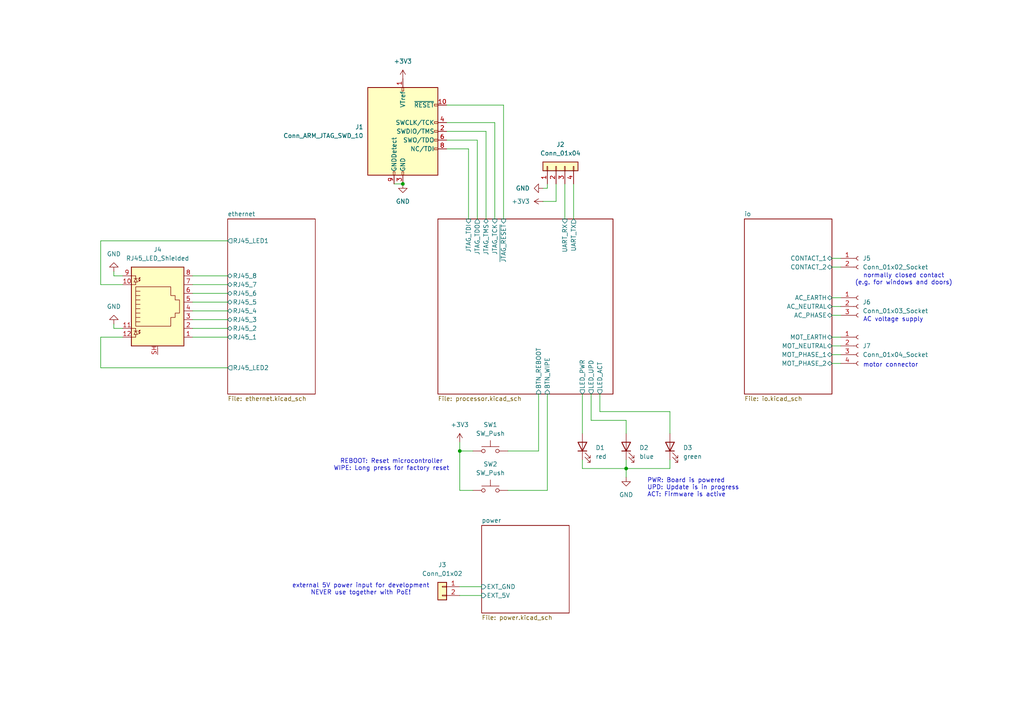
<source format=kicad_sch>
(kicad_sch (version 20231120) (generator "eeschema") (generator_version "8.0")
  (paper "A4")
  (lib_symbols
    (symbol "Connector:Conn_01x02_Socket" (pin_names (offset 1.016) hide)
      (property "Reference" "J" (at 0 2.54 0))
      (property "Value" "Conn_01x02_Socket" (at 0 -5.08 0))
      (symbol "Conn_01x02_Socket_1_1"
        (arc (start 0 -2.032) (mid -0.5058 -2.54) (end 0 -3.048) (stroke (width 0.1524)))
        (polyline (pts (xy -1.27 -2.54) (xy -0.508 -2.54)) (stroke (width 0.1524)))
        (polyline (pts (xy -1.27 0) (xy -0.508 0)) (stroke (width 0.1524)))
        (arc (start 0 0.508) (mid -0.5058 0) (end 0 -0.508) (stroke (width 0.1524)))
        (pin passive line (at -5.08 0 0) (length 3.81) (name "Pin_1") (number "1"))
        (pin passive line (at -5.08 -2.54 0) (length 3.81) (name "Pin_2") (number "2"))
      )
    )
    (symbol "Connector:Conn_01x03_Socket" (pin_names (offset 1.016) hide)
      (property "Reference" "J" (at 0 5.08 0))
      (property "Value" "Conn_01x03_Socket" (at 0 -5.08 0))
      (symbol "Conn_01x03_Socket_1_1"
        (arc (start 0 -2.032) (mid -0.5058 -2.54) (end 0 -3.048) (stroke (width 0.1524)))
        (polyline (pts (xy -1.27 -2.54) (xy -0.508 -2.54)) (stroke (width 0.1524)))
        (polyline (pts (xy -1.27 0) (xy -0.508 0)) (stroke (width 0.1524)))
        (polyline (pts (xy -1.27 2.54) (xy -0.508 2.54)) (stroke (width 0.1524)))
        (arc (start 0 0.508) (mid -0.5058 0) (end 0 -0.508) (stroke (width 0.1524)))
        (arc (start 0 3.048) (mid -0.5058 2.54) (end 0 2.032) (stroke (width 0.1524)))
        (pin passive line (at -5.08 2.54 0) (length 3.81) (name "Pin_1") (number "1"))
        (pin passive line (at -5.08 0 0) (length 3.81) (name "Pin_2") (number "2"))
        (pin passive line (at -5.08 -2.54 0) (length 3.81) (name "Pin_3") (number "3"))
      )
    )
    (symbol "Connector:Conn_01x04_Socket" (pin_names (offset 1.016) hide)
      (property "Reference" "J" (at 0 5.08 0))
      (property "Value" "Conn_01x04_Socket" (at 0 -7.62 0))
      (symbol "Conn_01x04_Socket_1_1"
        (arc (start 0 -4.572) (mid -0.5058 -5.08) (end 0 -5.588) (stroke (width 0.1524)))
        (arc (start 0 -2.032) (mid -0.5058 -2.54) (end 0 -3.048) (stroke (width 0.1524)))
        (polyline (pts (xy -1.27 -5.08) (xy -0.508 -5.08)) (stroke (width 0.1524)))
        (polyline (pts (xy -1.27 -2.54) (xy -0.508 -2.54)) (stroke (width 0.1524)))
        (polyline (pts (xy -1.27 0) (xy -0.508 0)) (stroke (width 0.1524)))
        (polyline (pts (xy -1.27 2.54) (xy -0.508 2.54)) (stroke (width 0.1524)))
        (arc (start 0 0.508) (mid -0.5058 0) (end 0 -0.508) (stroke (width 0.1524)))
        (arc (start 0 3.048) (mid -0.5058 2.54) (end 0 2.032) (stroke (width 0.1524)))
        (pin passive line (at -5.08 2.54 0) (length 3.81) (name "Pin_1") (number "1"))
        (pin passive line (at -5.08 0 0) (length 3.81) (name "Pin_2") (number "2"))
        (pin passive line (at -5.08 -2.54 0) (length 3.81) (name "Pin_3") (number "3"))
        (pin passive line (at -5.08 -5.08 0) (length 3.81) (name "Pin_4") (number "4"))
      )
    )
    (symbol "Connector:Conn_ARM_JTAG_SWD_10" (pin_names (offset 1.016))
      (property "Reference" "J" (at -2.54 16.51 0))
      (property "Value" "Conn_ARM_JTAG_SWD_10" (at -2.54 13.97 0))
      (symbol "Conn_ARM_JTAG_SWD_10_0_1"
        (rectangle (start -10.16 12.7) (end 10.16 -12.7) (stroke (width 0.254)) (fill (type background)))
        (rectangle (start -2.794 -12.7) (end -2.286 -11.684))
        (rectangle (start -0.254 -12.7) (end 0.254 -11.684))
        (rectangle (start -0.254 12.7) (end 0.254 11.684))
        (rectangle (start 9.144 2.286) (end 10.16 2.794))
        (rectangle (start 10.16 -2.794) (end 9.144 -2.286))
        (rectangle (start 10.16 -0.254) (end 9.144 0.254))
        (rectangle (start 10.16 7.874) (end 9.144 7.366))
      )
      (symbol "Conn_ARM_JTAG_SWD_10_1_1"
        (rectangle (start 9.144 -5.334) (end 10.16 -4.826))
        (pin power_in line (at 0 15.24 270) (length 2.54) (name "VTref") (number "1"))
        (pin open_collector line (at 12.7 7.62 180) (length 2.54) (name "~{RESET}") (number "10"))
        (pin bidirectional line (at 12.7 0 180) (length 2.54) (name "SWDIO/TMS") (number "2"))
        (pin power_in line (at 0 -15.24 90) (length 2.54) (name "GND") (number "3"))
        (pin output line (at 12.7 2.54 180) (length 2.54) (name "SWCLK/TCK") (number "4"))
        (pin passive line (at 0 -15.24 90) (length 2.54) hide (name "GND") (number "5"))
        (pin input line (at 12.7 -2.54 180) (length 2.54) (name "SWO/TDO") (number "6"))
        (pin no_connect line (at -10.16 0 0) (length 2.54) hide (name "KEY") (number "7"))
        (pin output line (at 12.7 -5.08 180) (length 2.54) (name "NC/TDI") (number "8"))
        (pin passive line (at -2.54 -15.24 90) (length 2.54) (name "GNDDetect") (number "9"))
      )
    )
    (symbol "Connector:RJ45_LED_Shielded" (pin_names (offset 1.016))
      (property "Reference" "J" (at -5.08 13.97 0))
      (property "Value" "RJ45_LED_Shielded" (at 1.27 13.97 0))
      (symbol "RJ45_LED_Shielded_0_1"
        (polyline (pts (xy -7.62 -7.62) (xy -6.35 -7.62)))
        (polyline (pts (xy -7.62 -5.08) (xy -6.35 -5.08)))
        (polyline (pts (xy -7.62 7.62) (xy -6.35 7.62)))
        (polyline (pts (xy -7.62 10.16) (xy -6.35 10.16)))
        (polyline (pts (xy -6.858 -5.842) (xy -5.842 -5.842)))
        (polyline (pts (xy -6.858 9.398) (xy -5.842 9.398)))
        (polyline (pts (xy -6.35 -7.62) (xy -6.35 -6.858)))
        (polyline (pts (xy -6.35 -5.08) (xy -6.35 -5.842)))
        (polyline (pts (xy -6.35 7.62) (xy -6.35 8.382)))
        (polyline (pts (xy -6.35 10.16) (xy -6.35 9.398)))
        (polyline (pts (xy -5.08 -6.223) (xy -5.207 -6.604)))
        (polyline (pts (xy -5.08 -5.588) (xy -5.207 -5.969)))
        (polyline (pts (xy -5.08 4.445) (xy -6.35 4.445)))
        (polyline (pts (xy -5.08 5.715) (xy -6.35 5.715)))
        (polyline (pts (xy -5.08 9.017) (xy -5.207 8.636)))
        (polyline (pts (xy -5.08 9.652) (xy -5.207 9.271)))
        (polyline (pts (xy -6.35 -3.175) (xy -5.08 -3.175) (xy -5.08 -3.175)))
        (polyline (pts (xy -6.35 -1.905) (xy -5.08 -1.905) (xy -5.08 -1.905)))
        (polyline (pts (xy -6.35 -0.635) (xy -5.08 -0.635) (xy -5.08 -0.635)))
        (polyline (pts (xy -6.35 0.635) (xy -5.08 0.635) (xy -5.08 0.635)))
        (polyline (pts (xy -6.35 1.905) (xy -5.08 1.905) (xy -5.08 1.905)))
        (polyline (pts (xy -5.588 -6.731) (xy -5.08 -6.223) (xy -5.461 -6.35)))
        (polyline (pts (xy -5.588 -6.096) (xy -5.08 -5.588) (xy -5.461 -5.715)))
        (polyline (pts (xy -5.588 8.509) (xy -5.08 9.017) (xy -5.461 8.89)))
        (polyline (pts (xy -5.588 9.144) (xy -5.08 9.652) (xy -5.461 9.525)))
        (polyline (pts (xy -5.08 3.175) (xy -6.35 3.175) (xy -6.35 3.175)))
        (polyline (pts (xy -6.35 -5.842) (xy -6.858 -6.858) (xy -5.842 -6.858) (xy -6.35 -5.842)))
        (polyline (pts (xy -6.35 9.398) (xy -6.858 8.382) (xy -5.842 8.382) (xy -6.35 9.398)))
        (polyline (pts (xy -6.35 -4.445) (xy -6.35 6.985) (xy 3.81 6.985) (xy 3.81 4.445) (xy 5.08 4.445) (xy 5.08 3.175) (xy 6.35 3.175) (xy 6.35 -0.635) (xy 5.08 -0.635) (xy 5.08 -1.905) (xy 3.81 -1.905) (xy 3.81 -4.445) (xy -6.35 -4.445) (xy -6.35 -4.445)))
        (rectangle (start 7.62 12.7) (end -7.62 -10.16) (stroke (width 0.254)) (fill (type background)))
      )
      (symbol "RJ45_LED_Shielded_1_1"
        (pin passive line (at 10.16 -7.62 180) (length 2.54) (name "~") (number "1"))
        (pin passive line (at -10.16 7.62 0) (length 2.54) (name "~") (number "10"))
        (pin passive line (at -10.16 -5.08 0) (length 2.54) (name "~") (number "11"))
        (pin passive line (at -10.16 -7.62 0) (length 2.54) (name "~") (number "12"))
        (pin passive line (at 10.16 -5.08 180) (length 2.54) (name "~") (number "2"))
        (pin passive line (at 10.16 -2.54 180) (length 2.54) (name "~") (number "3"))
        (pin passive line (at 10.16 0 180) (length 2.54) (name "~") (number "4"))
        (pin passive line (at 10.16 2.54 180) (length 2.54) (name "~") (number "5"))
        (pin passive line (at 10.16 5.08 180) (length 2.54) (name "~") (number "6"))
        (pin passive line (at 10.16 7.62 180) (length 2.54) (name "~") (number "7"))
        (pin passive line (at 10.16 10.16 180) (length 2.54) (name "~") (number "8"))
        (pin passive line (at -10.16 10.16 0) (length 2.54) (name "~") (number "9"))
        (pin passive line (at 0 -12.7 90) (length 2.54) (name "~") (number "SH"))
      )
    )
    (symbol "Connector_Generic:Conn_01x02" (pin_names (offset 1.016) hide)
      (property "Reference" "J" (at 0 2.54 0))
      (property "Value" "Conn_01x02" (at 0 -5.08 0))
      (symbol "Conn_01x02_1_1"
        (rectangle (start -1.27 -2.413) (end 0 -2.667) (stroke (width 0.1524)))
        (rectangle (start -1.27 0.127) (end 0 -0.127) (stroke (width 0.1524)))
        (rectangle (start -1.27 1.27) (end 1.27 -3.81) (stroke (width 0.254)) (fill (type background)))
        (pin passive line (at -5.08 0 0) (length 3.81) (name "Pin_1") (number "1"))
        (pin passive line (at -5.08 -2.54 0) (length 3.81) (name "Pin_2") (number "2"))
      )
    )
    (symbol "Connector_Generic:Conn_01x04" (pin_names (offset 1.016) hide)
      (property "Reference" "J" (at 0 5.08 0))
      (property "Value" "Conn_01x04" (at 0 -7.62 0))
      (symbol "Conn_01x04_1_1"
        (rectangle (start -1.27 -4.953) (end 0 -5.207) (stroke (width 0.1524)))
        (rectangle (start -1.27 -2.413) (end 0 -2.667) (stroke (width 0.1524)))
        (rectangle (start -1.27 0.127) (end 0 -0.127) (stroke (width 0.1524)))
        (rectangle (start -1.27 2.667) (end 0 2.413) (stroke (width 0.1524)))
        (rectangle (start -1.27 3.81) (end 1.27 -6.35) (stroke (width 0.254)) (fill (type background)))
        (pin passive line (at -5.08 2.54 0) (length 3.81) (name "Pin_1") (number "1"))
        (pin passive line (at -5.08 0 0) (length 3.81) (name "Pin_2") (number "2"))
        (pin passive line (at -5.08 -2.54 0) (length 3.81) (name "Pin_3") (number "3"))
        (pin passive line (at -5.08 -5.08 0) (length 3.81) (name "Pin_4") (number "4"))
      )
    )
    (symbol "Device:LED" (pin_numbers hide) (pin_names (offset 1.016) hide)
      (property "Reference" "D" (at 0 2.54 0))
      (property "Value" "LED" (at 0 -2.54 0))
      (symbol "LED_0_1"
        (polyline (pts (xy -1.27 -1.27) (xy -1.27 1.27)) (stroke (width 0.254)))
        (polyline (pts (xy -1.27 0) (xy 1.27 0)))
        (polyline (pts (xy 1.27 -1.27) (xy 1.27 1.27) (xy -1.27 0) (xy 1.27 -1.27)) (stroke (width 0.254)))
        (polyline (pts (xy -3.048 -0.762) (xy -4.572 -2.286) (xy -3.81 -2.286) (xy -4.572 -2.286) (xy -4.572 -1.524)))
        (polyline (pts (xy -1.778 -0.762) (xy -3.302 -2.286) (xy -2.54 -2.286) (xy -3.302 -2.286) (xy -3.302 -1.524)))
      )
      (symbol "LED_1_1"
        (pin passive line (at -3.81 0 0) (length 2.54) (name "K") (number "1"))
        (pin passive line (at 3.81 0 180) (length 2.54) (name "A") (number "2"))
      )
    )
    (symbol "Switch:SW_Push" (pin_numbers hide) (pin_names (offset 1.016) hide)
      (property "Reference" "SW" (at 1.27 2.54 0))
      (property "Value" "SW_Push" (at 0 -1.524 0))
      (symbol "SW_Push_0_1"
        (circle (center -2.032 0) (radius 0.508))
        (polyline (pts (xy 0 1.27) (xy 0 3.048)))
        (polyline (pts (xy 2.54 1.27) (xy -2.54 1.27)))
        (circle (center 2.032 0) (radius 0.508))
        (pin passive line (at -5.08 0 0) (length 2.54) (name "1") (number "1"))
        (pin passive line (at 5.08 0 180) (length 2.54) (name "2") (number "2"))
      )
    )
    (symbol "power:+3V3" (power) (pin_numbers hide) (pin_names (offset 0) hide)
      (property "Value" "+3V3" (at 0 3.556 0))
      (symbol "+3V3_0_1"
        (polyline (pts (xy -0.762 1.27) (xy 0 2.54)))
        (polyline (pts (xy 0 0) (xy 0 2.54)))
        (polyline (pts (xy 0 2.54) (xy 0.762 1.27)))
      )
      (symbol "+3V3_1_1"
        (pin power_in line (at 0 0 90) (length 0) (name "~") (number "1"))
      )
    )
    (symbol "power:GND" (power) (pin_numbers hide) (pin_names (offset 0) hide)
      (property "Value" "GND" (at 0 -3.81 0))
      (symbol "GND_0_1"
        (polyline (pts (xy 0 0) (xy 0 -1.27) (xy 1.27 -1.27) (xy 0 -2.54) (xy -1.27 -1.27) (xy 0 -1.27)))
      )
      (symbol "GND_1_1"
        (pin power_in line (at 0 0 270) (length 0) (name "~") (number "1"))
      )
    )
  )
  (junction (at 181.61 135.89))
  (junction (at 133.35 130.81))
  (junction (at 116.84 53.34))
  (wire (pts (xy 181.61 135.89) (xy 181.61 138.43)))
  (wire (pts (xy 138.43 40.64) (xy 138.43 63.5)))
  (wire (pts (xy 29.21 82.55) (xy 35.56 82.55)))
  (wire (pts (xy 181.61 133.35) (xy 181.61 135.89)))
  (wire (pts (xy 55.88 80.01) (xy 66.04 80.01)))
  (wire (pts (xy 33.02 80.01) (xy 35.56 80.01)))
  (wire (pts (xy 241.3 102.87) (xy 243.84 102.87)))
  (wire (pts (xy 161.29 58.42) (xy 157.48 58.42)))
  (wire (pts (xy 129.54 35.56) (xy 143.51 35.56)))
  (wire (pts (xy 181.61 121.92) (xy 181.61 125.73)))
  (wire (pts (xy 129.54 30.48) (xy 146.05 30.48)))
  (wire (pts (xy 146.05 30.48) (xy 146.05 63.5)))
  (wire (pts (xy 156.21 114.3) (xy 156.21 130.81)))
  (wire (pts (xy 133.35 130.81) (xy 133.35 142.24)))
  (wire (pts (xy 241.3 97.79) (xy 243.84 97.79)))
  (wire (pts (xy 158.75 114.3) (xy 158.75 142.24)))
  (wire (pts (xy 55.88 85.09) (xy 66.04 85.09)))
  (wire (pts (xy 168.91 135.89) (xy 181.61 135.89)))
  (wire (pts (xy 33.02 93.98) (xy 33.02 95.25)))
  (wire (pts (xy 114.3 53.34) (xy 116.84 53.34)))
  (wire (pts (xy 168.91 114.3) (xy 168.91 125.73)))
  (wire (pts (xy 173.99 114.3) (xy 173.99 119.38)))
  (wire (pts (xy 129.54 40.64) (xy 138.43 40.64)))
  (wire (pts (xy 137.16 142.24) (xy 133.35 142.24)))
  (wire (pts (xy 157.48 54.61) (xy 158.75 54.61)))
  (wire (pts (xy 161.29 53.34) (xy 161.29 58.42)))
  (wire (pts (xy 133.35 130.81) (xy 133.35 128.27)))
  (wire (pts (xy 129.54 43.18) (xy 135.89 43.18)))
  (wire (pts (xy 241.3 74.93) (xy 243.84 74.93)))
  (wire (pts (xy 55.88 82.55) (xy 66.04 82.55)))
  (wire (pts (xy 241.3 91.44) (xy 243.84 91.44)))
  (wire (pts (xy 55.88 97.79) (xy 66.04 97.79)))
  (wire (pts (xy 158.75 54.61) (xy 158.75 53.34)))
  (wire (pts (xy 140.97 38.1) (xy 140.97 63.5)))
  (wire (pts (xy 33.02 78.74) (xy 33.02 80.01)))
  (wire (pts (xy 173.99 119.38) (xy 194.31 119.38)))
  (wire (pts (xy 194.31 119.38) (xy 194.31 125.73)))
  (wire (pts (xy 194.31 133.35) (xy 194.31 135.89)))
  (wire (pts (xy 194.31 135.89) (xy 181.61 135.89)))
  (wire (pts (xy 29.21 97.79) (xy 35.56 97.79)))
  (wire (pts (xy 168.91 133.35) (xy 168.91 135.89)))
  (wire (pts (xy 158.75 142.24) (xy 147.32 142.24)))
  (wire (pts (xy 143.51 35.56) (xy 143.51 63.5)))
  (wire (pts (xy 163.83 53.34) (xy 163.83 63.5)))
  (wire (pts (xy 171.45 114.3) (xy 171.45 121.92)))
  (wire (pts (xy 55.88 87.63) (xy 66.04 87.63)))
  (wire (pts (xy 129.54 38.1) (xy 140.97 38.1)))
  (wire (pts (xy 241.3 88.9) (xy 243.84 88.9)))
  (wire (pts (xy 241.3 100.33) (xy 243.84 100.33)))
  (wire (pts (xy 135.89 43.18) (xy 135.89 63.5)))
  (wire (pts (xy 171.45 121.92) (xy 181.61 121.92)))
  (wire (pts (xy 55.88 95.25) (xy 66.04 95.25)))
  (wire (pts (xy 133.35 170.18) (xy 139.7 170.18)))
  (wire (pts (xy 137.16 130.81) (xy 133.35 130.81)))
  (wire (pts (xy 133.35 172.72) (xy 139.7 172.72)))
  (wire (pts (xy 166.37 53.34) (xy 166.37 63.5)))
  (wire (pts (xy 241.3 77.47) (xy 243.84 77.47)))
  (wire (pts (xy 29.21 69.85) (xy 29.21 82.55)))
  (wire (pts (xy 156.21 130.81) (xy 147.32 130.81)))
  (wire (pts (xy 241.3 105.41) (xy 243.84 105.41)))
  (wire (pts (xy 55.88 90.17) (xy 66.04 90.17)))
  (wire (pts (xy 241.3 86.36) (xy 243.84 86.36)))
  (wire (pts (xy 33.02 95.25) (xy 35.56 95.25)))
  (wire (pts (xy 55.88 92.71) (xy 66.04 92.71)))
  (wire (pts (xy 29.21 106.68) (xy 29.21 97.79)))
  (wire (pts (xy 66.04 69.85) (xy 29.21 69.85)))
  (wire (pts (xy 66.04 106.68) (xy 29.21 106.68)))
  (text "PWR: Board is powered\nUPD: Update is in progress\nACT: Firmware is active" (at 187.706 141.478 0) (effects (font (size 1.27 1.27)) (justify left)))
  (text "REBOOT: Reset microcontroller\nWIPE: Long press for factory reset" (at 113.538 134.874 0) (effects (font (size 1.27 1.27))))
  (text "AC voltage supply" (at 259.08 92.71 0) (effects (font (size 1.27 1.27))))
  (text "external 5V power input for development\nNEVER use together with PoE!" (at 104.648 170.942 0) (effects (font (size 1.27 1.27))))
  (text "normally closed contact\n(e.g. for windows and doors)" (at 262.128 81.026 0) (effects (font (size 1.27 1.27))))
  (text "motor connector" (at 258.318 105.918 0) (effects (font (size 1.27 1.27))))
  (symbol (lib_id "power:GND") (at 33.02 93.98 180) (unit 1)
    (property "Reference" "#PWR08" (effects (hide yes)))
    (property "Value" "GND" (at 33.02 88.9 0))
    (property "Description" "Power symbol creates a global label with name \"GND\" , ground" (effects (hide yes)))
  )
  (symbol (lib_id "Switch:SW_Push") (at 142.24 130.81 0) (mirror y) (unit 1)
    (property "Reference" "SW1" (at 142.24 123.19 0))
    (property "Value" "SW_Push" (at 142.24 125.73 0))
    (property "Footprint" "Button_Switch_SMD:SW_SPST_TL3305B" (effects (hide yes)))
    (property "Datasheet" "https://www.e-switch.com/wp-content/uploads/2024/08/TL3305.pdf" (effects (hide yes)))
    (property "Description" "REBOOT" (effects (hide yes)))
    (property "MPN" "TL3305BF260QG" (effects (hide yes)))
    (property "Manufacturer" "E-Switch" (effects (hide yes)))
  )
  (symbol (lib_id "Connector:RJ45_LED_Shielded") (at 45.72 90.17 0) (unit 1)
    (property "Reference" "J4" (at 45.72 72.39 0))
    (property "Value" "RJ45_LED_Shielded" (at 45.72 74.93 0))
    (property "Footprint" "Connector_RJ:RJ45_BEL_SS74301-00x_Vertical" (effects (hide yes)))
    (property "Datasheet" "https://www.cinch.com/media/datasheets/products/ethernet-usb/ds-stw-2.5g-connectors.pdf" (effects (hide yes)))
    (property "Description" "Ethernet with PoE" (effects (hide yes)))
    (property "MPN" "SS-74301-001" (effects (hide yes)))
    (property "Manufacturer" "Stewart Connector" (effects (hide yes)))
  )
  (symbol (lib_id "Switch:SW_Push") (at 142.24 142.24 0) (mirror y) (unit 1)
    (property "Reference" "SW2" (at 142.24 134.62 0))
    (property "Value" "SW_Push" (at 142.24 137.16 0))
    (property "Footprint" "Button_Switch_SMD:SW_SPST_TL3305B" (effects (hide yes)))
    (property "Datasheet" "https://www.e-switch.com/wp-content/uploads/2024/08/TL3305.pdf" (effects (hide yes)))
    (property "Description" "WIPE" (effects (hide yes)))
    (property "MPN" "TL3305BF260QG" (effects (hide yes)))
    (property "Manufacturer" "E-Switch" (effects (hide yes)))
  )
  (symbol (lib_id "Device:LED") (at 181.61 129.54 90) (unit 1)
    (property "Reference" "D2" (at 185.42 129.8574 90) (effects (justify right)))
    (property "Value" "blue" (at 185.42 132.3974 90) (effects (justify right)))
    (property "Footprint" "LED_SMD:LED_1206_3216Metric" (effects (hide yes)))
    (property "Datasheet" "https://s3-us-west-2.amazonaws.com/catsy.557/Dialight_CBI_data_598-1206_Apr2018.pdf" (effects (hide yes)))
    (property "Description" "UPD" (effects (hide yes)))
    (property "MPN" "598-8291-107F" (effects (hide yes)))
    (property "Manufacturer" "Dialight" (effects (hide yes)))
  )
  (symbol (lib_id "Connector_Generic:Conn_01x04") (at 161.29 48.26 90) (unit 1)
    (property "Reference" "J2" (at 162.56 41.91 90))
    (property "Value" "Conn_01x04" (at 162.56 44.45 90))
    (property "Footprint" "Connector_PinHeader_2.54mm:PinHeader_1x04_P2.54mm_Vertical" (effects (hide yes)))
    (property "Description" "3V3 UART" (effects (hide yes)))
  )
  (symbol (lib_id "power:+3V3") (at 133.35 128.27 0) (mirror y) (unit 1)
    (property "Reference" "#PWR04" (effects (hide yes)))
    (property "Value" "+3V3" (at 133.35 123.19 0))
    (property "Description" "Power symbol creates a global label with name \"+3V3\"" (effects (hide yes)))
  )
  (symbol (lib_id "Connector:Conn_ARM_JTAG_SWD_10") (at 116.84 38.1 0) (unit 1)
    (property "Reference" "J1" (at 105.41 36.8299 0) (effects (justify right)))
    (property "Value" "Conn_ARM_JTAG_SWD_10" (at 105.41 39.3699 0) (effects (justify right)))
    (property "Datasheet" "https://mm.digikey.com/Volume0/opasdata/d220001/medias/docus/6209/ftsh-1xx-xx-xxx-dv-xxx-xxx-x-xx-mkt.pdf" (effects (hide yes)))
    (property "Description" "JTAG" (effects (hide yes)))
    (property "MPN" "FTSH-105-01-L-DV-007-K-TR" (effects (hide yes)))
    (property "Manufacturer" "samtec" (effects (hide yes)))
  )
  (symbol (lib_id "Connector_Generic:Conn_01x02") (at 128.27 170.18 0) (mirror y) (unit 1)
    (property "Reference" "J3" (at 128.27 163.83 0))
    (property "Value" "Conn_01x02" (at 128.27 166.37 0))
    (property "Footprint" "Connector_PinHeader_2.54mm:PinHeader_1x02_P2.54mm_Vertical" (effects (hide yes)))
    (property "Description" "Non-PoE 5V power input" (effects (hide yes)))
  )
  (symbol (lib_id "power:+3V3") (at 157.48 58.42 90) (unit 1)
    (property "Reference" "#PWR06" (effects (hide yes)))
    (property "Value" "+3V3" (at 153.67 58.4199 90) (effects (justify left)))
    (property "Description" "Power symbol creates a global label with name \"+3V3\"" (effects (hide yes)))
  )
  (symbol (lib_id "Device:LED") (at 194.31 129.54 90) (unit 1)
    (property "Reference" "D3" (at 198.12 129.8574 90) (effects (justify right)))
    (property "Value" "green" (at 198.12 132.3974 90) (effects (justify right)))
    (property "Footprint" "LED_SMD:LED_1206_3216Metric" (effects (hide yes)))
    (property "Datasheet" "https://s3-us-west-2.amazonaws.com/catsy.557/Dialight_CBI_data_598-1206_Apr2018.pdf" (effects (hide yes)))
    (property "Description" "ACT" (effects (hide yes)))
    (property "MPN" "598-8270-107F" (effects (hide yes)))
    (property "Manufacturer" "Dialight" (effects (hide yes)))
  )
  (symbol (lib_id "power:GND") (at 116.84 53.34 0) (unit 1)
    (property "Reference" "#PWR02" (effects (hide yes)))
    (property "Value" "GND" (at 116.84 58.42 0))
    (property "Description" "Power symbol creates a global label with name \"GND\" , ground" (effects (hide yes)))
  )
  (symbol (lib_id "Connector:Conn_01x02_Socket") (at 248.92 74.93 0) (unit 1)
    (property "Reference" "J5" (at 250.19 74.9299 0) (effects (justify left)))
    (property "Value" "Conn_01x02_Socket" (at 250.19 77.4699 0) (effects (justify left)))
    (property "Footprint" "TerminalBlock_WAGO:TerminalBlock_WAGO_236-402_1x02_P5.00mm_45Degree" (effects (hide yes)))
    (property "Description" "door / window contact" (effects (hide yes)))
    (property "MPN" "236-402" (effects (hide yes)))
    (property "Manufacturer" "WAGO Corporation" (effects (hide yes)))
  )
  (symbol (lib_id "Connector:Conn_01x03_Socket") (at 248.92 88.9 0) (unit 1)
    (property "Reference" "J6" (at 250.19 87.6299 0) (effects (justify left)))
    (property "Value" "Conn_01x03_Socket" (at 250.19 90.1699 0) (effects (justify left)))
    (property "Footprint" "TerminalBlock_WAGO:TerminalBlock_WAGO_236-403_1x03_P5.00mm_45Degree" (effects (hide yes)))
    (property "Description" "AC input" (effects (hide yes)))
    (property "MPN" "236-403" (effects (hide yes)))
    (property "Manufacturer" "WAGO Corporation" (effects (hide yes)))
  )
  (symbol (lib_id "power:GND") (at 181.61 138.43 0) (unit 1)
    (property "Reference" "#PWR03" (effects (hide yes)))
    (property "Value" "GND" (at 181.61 143.51 0))
    (property "Description" "Power symbol creates a global label with name \"GND\" , ground" (effects (hide yes)))
  )
  (symbol (lib_id "power:GND") (at 157.48 54.61 270) (unit 1)
    (property "Reference" "#PWR05" (effects (hide yes)))
    (property "Value" "GND" (at 153.67 54.6099 90) (effects (justify right)))
    (property "Description" "Power symbol creates a global label with name \"GND\" , ground" (effects (hide yes)))
  )
  (symbol (lib_id "power:+3V3") (at 116.84 22.86 0) (unit 1)
    (property "Reference" "#PWR01" (effects (hide yes)))
    (property "Value" "+3V3" (at 116.84 17.78 0))
    (property "Description" "Power symbol creates a global label with name \"+3V3\"" (effects (hide yes)))
  )
  (symbol (lib_id "Device:LED") (at 168.91 129.54 90) (unit 1)
    (property "Reference" "D1" (at 172.72 129.8574 90) (effects (justify right)))
    (property "Value" "red" (at 172.72 132.3974 90) (effects (justify right)))
    (property "Footprint" "LED_SMD:LED_1206_3216Metric" (effects (hide yes)))
    (property "Datasheet" "https://s3-us-west-2.amazonaws.com/catsy.557/Dialight_CBI_data_598-1206_Apr2018.pdf" (effects (hide yes)))
    (property "Description" "PWR" (effects (hide yes)))
    (property "MPN" "598-8210-107F" (effects (hide yes)))
    (property "Manufacturer" "Dialight" (effects (hide yes)))
  )
  (symbol (lib_id "Connector:Conn_01x04_Socket") (at 248.92 100.33 0) (unit 1)
    (property "Reference" "J7" (at 250.19 100.3299 0) (effects (justify left)))
    (property "Value" "Conn_01x04_Socket" (at 250.19 102.8699 0) (effects (justify left)))
    (property "Footprint" "TerminalBlock_WAGO:TerminalBlock_WAGO_236-404_1x04_P5.00mm_45Degree" (effects (hide yes)))
    (property "Description" "Motor connector" (effects (hide yes)))
    (property "MPN" "236-404" (effects (hide yes)))
    (property "Manufacturer" "WAGO Corporation" (effects (hide yes)))
  )
  (symbol (lib_id "power:GND") (at 33.02 78.74 180) (unit 1)
    (property "Reference" "#PWR07" (effects (hide yes)))
    (property "Value" "GND" (at 33.02 73.66 0))
    (property "Description" "Power symbol creates a global label with name \"GND\" , ground" (effects (hide yes)))
  )
  (sheet (at 66.04 63.5) (size 25.4 50.8) (stroke (width 0.1524))
    (property "Sheetname" "ethernet" (at 66.04 62.7884 0) (effects (justify left bottom)))
    (property "Sheetfile" "ethernet.kicad_sch" (at 66.04 114.8846 0) (effects (justify left top)))
    (pin "RJ45_1" bidirectional (at 66.04 97.79 180))
    (pin "RJ45_2" bidirectional (at 66.04 95.25 180))
    (pin "RJ45_3" bidirectional (at 66.04 92.71 180))
    (pin "RJ45_4" bidirectional (at 66.04 90.17 180))
    (pin "RJ45_5" bidirectional (at 66.04 87.63 180))
    (pin "RJ45_6" bidirectional (at 66.04 85.09 180))
    (pin "RJ45_7" bidirectional (at 66.04 82.55 180))
    (pin "RJ45_8" bidirectional (at 66.04 80.01 180))
    (pin "RJ45_LED1" output (at 66.04 69.85 180))
    (pin "RJ45_LED2" output (at 66.04 106.68 180))
  )
  (sheet (at 215.9 63.5) (size 25.4 50.8) (stroke (width 0.1524))
    (property "Sheetname" "io" (at 215.9 62.7884 0) (effects (justify left bottom)))
    (property "Sheetfile" "io.kicad_sch" (at 215.9 114.8846 0) (effects (justify left top)))
    (pin "AC_EARTH" bidirectional (at 241.3 86.36 0))
    (pin "AC_NEUTRAL" bidirectional (at 241.3 88.9 0))
    (pin "AC_PHASE" bidirectional (at 241.3 91.44 0))
    (pin "MOT_EARTH" bidirectional (at 241.3 97.79 0))
    (pin "MOT_NEUTRAL" bidirectional (at 241.3 100.33 0))
    (pin "MOT_PHASE_1" bidirectional (at 241.3 102.87 0))
    (pin "MOT_PHASE_2" bidirectional (at 241.3 105.41 0))
    (pin "CONTACT_1" bidirectional (at 241.3 74.93 0))
    (pin "CONTACT_2" bidirectional (at 241.3 77.47 0))
  )
  (sheet (at 127 63.5) (size 50.8 50.8) (stroke (width 0.1524))
    (property "Sheetname" "processor" (effects (hide yes)))
    (property "Sheetfile" "processor.kicad_sch" (at 127 114.8846 0) (effects (justify left top)))
    (pin "JTAG_TDI" input (at 135.89 63.5 90))
    (pin "JTAG_TDO" output (at 138.43 63.5 90))
    (pin "~{JTAG_RESET}" input (at 146.05 63.5 90))
    (pin "JTAG_TMS" bidirectional (at 140.97 63.5 90))
    (pin "JTAG_TCK" input (at 143.51 63.5 90))
    (pin "UART_RX" input (at 163.83 63.5 90))
    (pin "UART_TX" output (at 166.37 63.5 90))
    (pin "LED_UPD" output (at 171.45 114.3 270))
    (pin "LED_PWR" output (at 168.91 114.3 270))
    (pin "BTN_REBOOT" input (at 156.21 114.3 270))
    (pin "BTN_WIPE" input (at 158.75 114.3 270))
    (pin "LED_ACT" output (at 173.99 114.3 270))
  )
  (sheet (at 139.7 152.4) (size 25.4 25.4) (stroke (width 0.1524))
    (property "Sheetname" "power" (at 139.7 151.6884 0) (effects (justify left bottom)))
    (property "Sheetfile" "power.kicad_sch" (at 139.7 178.3846 0) (effects (justify left top)))
    (pin "EXT_5V" input (at 139.7 172.72 180))
    (pin "EXT_GND" input (at 139.7 170.18 180))
  )
)
</source>
